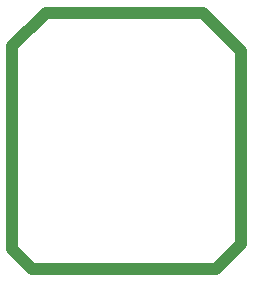
<source format=gko>
%FSLAX44Y44*%
%MOMM*%
G71*
G01*
G75*
G04 Layer_Color=16711935*
%ADD10R,0.5500X0.6000*%
%ADD11R,0.8000X0.8000*%
%ADD12R,0.6000X0.5500*%
%ADD13R,1.4000X1.1500*%
%ADD14R,1.5000X0.3000*%
%ADD15R,0.3000X1.5000*%
G04:AMPARAMS|DCode=16|XSize=1.5mm|YSize=0.3mm|CornerRadius=0mm|HoleSize=0mm|Usage=FLASHONLY|Rotation=90.000|XOffset=0mm|YOffset=0mm|HoleType=Round|Shape=Octagon|*
%AMOCTAGOND16*
4,1,8,0.0750,0.7500,-0.0750,0.7500,-0.1500,0.6750,-0.1500,-0.6750,-0.0750,-0.7500,0.0750,-0.7500,0.1500,-0.6750,0.1500,0.6750,0.0750,0.7500,0.0*
%
%ADD16OCTAGOND16*%

%ADD17C,0.2000*%
%ADD18C,0.5000*%
%ADD19C,0.2540*%
%ADD20C,0.3000*%
%ADD21C,0.2032*%
%ADD22C,0.3048*%
%ADD23C,0.1778*%
%ADD24C,0.3500*%
%ADD25C,0.1800*%
%ADD26R,1.0160X1.5240*%
%ADD27O,1.0160X1.5240*%
%ADD28O,1.5240X1.0160*%
%ADD29R,1.5240X1.0160*%
G04:AMPARAMS|DCode=30|XSize=1.016mm|YSize=1.524mm|CornerRadius=0mm|HoleSize=0mm|Usage=FLASHONLY|Rotation=90.000|XOffset=0mm|YOffset=0mm|HoleType=Round|Shape=Octagon|*
%AMOCTAGOND30*
4,1,8,-0.7620,-0.2540,-0.7620,0.2540,-0.5080,0.5080,0.5080,0.5080,0.7620,0.2540,0.7620,-0.2540,0.5080,-0.5080,-0.5080,-0.5080,-0.7620,-0.2540,0.0*
%
%ADD30OCTAGOND30*%

%ADD31C,0.8000*%
%ADD32C,1.5000*%
%ADD33C,1.0160*%
%ADD34C,1.0000*%
%ADD35C,1.6160*%
%ADD36C,1.4160*%
%ADD37C,2.0160*%
%ADD38R,0.9500X0.9500*%
%ADD39R,1.3000X0.5000*%
%ADD40R,0.5000X1.1000*%
%ADD41R,0.9500X0.9500*%
%ADD42R,0.8000X1.2000*%
%ADD43P,1.3435X4X270.0*%
%ADD44R,0.6000X1.2000*%
G04:AMPARAMS|DCode=45|XSize=0.55mm|YSize=0.6mm|CornerRadius=0mm|HoleSize=0mm|Usage=FLASHONLY|Rotation=135.000|XOffset=0mm|YOffset=0mm|HoleType=Round|Shape=Rectangle|*
%AMROTATEDRECTD45*
4,1,4,0.4066,0.0177,-0.0177,-0.4066,-0.4066,-0.0177,0.0177,0.4066,0.4066,0.0177,0.0*
%
%ADD45ROTATEDRECTD45*%

G04:AMPARAMS|DCode=46|XSize=0.55mm|YSize=0.6mm|CornerRadius=0mm|HoleSize=0mm|Usage=FLASHONLY|Rotation=45.000|XOffset=0mm|YOffset=0mm|HoleType=Round|Shape=Rectangle|*
%AMROTATEDRECTD46*
4,1,4,0.0177,-0.4066,-0.4066,0.0177,-0.0177,0.4066,0.4066,-0.0177,0.0177,-0.4066,0.0*
%
%ADD46ROTATEDRECTD46*%

%ADD47R,1.1000X0.6500*%
G04:AMPARAMS|DCode=48|XSize=0.3454mm|YSize=0.7238mm|CornerRadius=0mm|HoleSize=0mm|Usage=FLASHONLY|Rotation=225.000|XOffset=0mm|YOffset=0mm|HoleType=Round|Shape=Octagon|*
%AMOCTAGOND48*
4,1,8,0.3170,-0.1948,0.1948,-0.3170,0.0727,-0.3170,-0.3170,0.0727,-0.3170,0.1948,-0.1948,0.3170,-0.0727,0.3170,0.3170,-0.0727,0.3170,-0.1948,0.0*
%
%ADD48OCTAGOND48*%

G04:AMPARAMS|DCode=49|XSize=0.3454mm|YSize=0.8mm|CornerRadius=0mm|HoleSize=0mm|Usage=FLASHONLY|Rotation=225.000|XOffset=0mm|YOffset=0mm|HoleType=Round|Shape=Rectangle|*
%AMROTATEDRECTD49*
4,1,4,-0.1607,0.4050,0.4050,-0.1607,0.1607,-0.4050,-0.4050,0.1607,-0.1607,0.4050,0.0*
%
%ADD49ROTATEDRECTD49*%

G04:AMPARAMS|DCode=50|XSize=0.3454mm|YSize=0.8mm|CornerRadius=0mm|HoleSize=0mm|Usage=FLASHONLY|Rotation=135.000|XOffset=0mm|YOffset=0mm|HoleType=Round|Shape=Rectangle|*
%AMROTATEDRECTD50*
4,1,4,0.4050,0.1607,-0.1607,-0.4050,-0.4050,-0.1607,0.1607,0.4050,0.4050,0.1607,0.0*
%
%ADD50ROTATEDRECTD50*%

G04:AMPARAMS|DCode=51|XSize=0.3454mm|YSize=0.8mm|CornerRadius=0mm|HoleSize=0mm|Usage=FLASHONLY|Rotation=135.000|XOffset=0mm|YOffset=0mm|HoleType=Round|Shape=Octagon|*
%AMOCTAGOND51*
4,1,8,-0.2218,-0.3439,-0.3439,-0.2218,-0.3439,-0.0997,0.0997,0.3439,0.2218,0.3439,0.3439,0.2218,0.3439,0.0997,-0.0997,-0.3439,-0.2218,-0.3439,0.0*
%
%ADD51OCTAGOND51*%

G04:AMPARAMS|DCode=52|XSize=0.3454mm|YSize=0.7238mm|CornerRadius=0mm|HoleSize=0mm|Usage=FLASHONLY|Rotation=135.000|XOffset=0mm|YOffset=0mm|HoleType=Round|Shape=Octagon|*
%AMOCTAGOND52*
4,1,8,-0.1948,-0.3170,-0.3170,-0.1948,-0.3170,-0.0727,0.0727,0.3170,0.1948,0.3170,0.3170,0.1948,0.3170,0.0727,-0.0727,-0.3170,-0.1948,-0.3170,0.0*
%
%ADD52OCTAGOND52*%

%ADD53C,0.1700*%
%ADD54C,0.1270*%
%ADD55C,0.1000*%
%ADD56C,0.1524*%
%ADD57C,0.2500*%
%ADD58C,0.1500*%
%ADD59C,0.5080*%
%ADD60R,0.7532X0.8032*%
%ADD61R,1.0032X1.0032*%
%ADD62R,0.8032X0.7532*%
%ADD63R,1.6032X1.3532*%
%ADD64R,1.7032X0.5032*%
%ADD65R,0.5032X1.7032*%
G04:AMPARAMS|DCode=66|XSize=1.7032mm|YSize=0.5032mm|CornerRadius=0mm|HoleSize=0mm|Usage=FLASHONLY|Rotation=90.000|XOffset=0mm|YOffset=0mm|HoleType=Round|Shape=Octagon|*
%AMOCTAGOND66*
4,1,8,0.1258,0.8516,-0.1258,0.8516,-0.2516,0.7258,-0.2516,-0.7258,-0.1258,-0.8516,0.1258,-0.8516,0.2516,-0.7258,0.2516,0.7258,0.1258,0.8516,0.0*
%
%ADD66OCTAGOND66*%

%ADD67R,1.2192X1.7272*%
%ADD68O,1.2192X1.7272*%
%ADD69O,1.7272X1.2192*%
%ADD70R,1.7272X1.2192*%
G04:AMPARAMS|DCode=71|XSize=1.2192mm|YSize=1.7272mm|CornerRadius=0mm|HoleSize=0mm|Usage=FLASHONLY|Rotation=90.000|XOffset=0mm|YOffset=0mm|HoleType=Round|Shape=Octagon|*
%AMOCTAGOND71*
4,1,8,-0.8636,-0.3048,-0.8636,0.3048,-0.5588,0.6096,0.5588,0.6096,0.8636,0.3048,0.8636,-0.3048,0.5588,-0.6096,-0.5588,-0.6096,-0.8636,-0.3048,0.0*
%
%ADD71OCTAGOND71*%

%ADD72R,1.1532X1.1532*%
%ADD73R,1.5032X0.7032*%
%ADD74R,0.7032X1.3032*%
%ADD75R,1.1532X1.1532*%
%ADD76R,1.0032X1.4032*%
%ADD77P,1.6309X4X270.0*%
%ADD78R,0.8032X1.4032*%
G04:AMPARAMS|DCode=79|XSize=0.7532mm|YSize=0.8032mm|CornerRadius=0mm|HoleSize=0mm|Usage=FLASHONLY|Rotation=135.000|XOffset=0mm|YOffset=0mm|HoleType=Round|Shape=Rectangle|*
%AMROTATEDRECTD79*
4,1,4,0.5503,0.0177,-0.0177,-0.5503,-0.5503,-0.0177,0.0177,0.5503,0.5503,0.0177,0.0*
%
%ADD79ROTATEDRECTD79*%

G04:AMPARAMS|DCode=80|XSize=0.7532mm|YSize=0.8032mm|CornerRadius=0mm|HoleSize=0mm|Usage=FLASHONLY|Rotation=45.000|XOffset=0mm|YOffset=0mm|HoleType=Round|Shape=Rectangle|*
%AMROTATEDRECTD80*
4,1,4,0.0177,-0.5503,-0.5503,0.0177,-0.0177,0.5503,0.5503,-0.0177,0.0177,-0.5503,0.0*
%
%ADD80ROTATEDRECTD80*%

%ADD81R,1.3032X0.8532*%
G04:AMPARAMS|DCode=82|XSize=0.5486mm|YSize=0.927mm|CornerRadius=0mm|HoleSize=0mm|Usage=FLASHONLY|Rotation=225.000|XOffset=0mm|YOffset=0mm|HoleType=Round|Shape=Octagon|*
%AMOCTAGOND82*
4,1,8,0.4247,-0.2308,0.2308,-0.4247,0.0368,-0.4247,-0.4247,0.0368,-0.4247,0.2308,-0.2308,0.4247,-0.0368,0.4247,0.4247,-0.0368,0.4247,-0.2308,0.0*
%
%ADD82OCTAGOND82*%

G04:AMPARAMS|DCode=83|XSize=0.5486mm|YSize=1.0032mm|CornerRadius=0mm|HoleSize=0mm|Usage=FLASHONLY|Rotation=225.000|XOffset=0mm|YOffset=0mm|HoleType=Round|Shape=Rectangle|*
%AMROTATEDRECTD83*
4,1,4,-0.1607,0.5487,0.5487,-0.1607,0.1607,-0.5487,-0.5487,0.1607,-0.1607,0.5487,0.0*
%
%ADD83ROTATEDRECTD83*%

G04:AMPARAMS|DCode=84|XSize=0.5486mm|YSize=1.0032mm|CornerRadius=0mm|HoleSize=0mm|Usage=FLASHONLY|Rotation=135.000|XOffset=0mm|YOffset=0mm|HoleType=Round|Shape=Rectangle|*
%AMROTATEDRECTD84*
4,1,4,0.5487,0.1607,-0.1607,-0.5487,-0.5487,-0.1607,0.1607,0.5487,0.5487,0.1607,0.0*
%
%ADD84ROTATEDRECTD84*%

G04:AMPARAMS|DCode=85|XSize=0.5486mm|YSize=1.0032mm|CornerRadius=0mm|HoleSize=0mm|Usage=FLASHONLY|Rotation=135.000|XOffset=0mm|YOffset=0mm|HoleType=Round|Shape=Octagon|*
%AMOCTAGOND85*
4,1,8,-0.2577,-0.4517,-0.4517,-0.2577,-0.4517,-0.0637,0.0637,0.4517,0.2577,0.4517,0.4517,0.2577,0.4517,0.0637,-0.0637,-0.4517,-0.2577,-0.4517,0.0*
%
%ADD85OCTAGOND85*%

G04:AMPARAMS|DCode=86|XSize=0.5486mm|YSize=0.927mm|CornerRadius=0mm|HoleSize=0mm|Usage=FLASHONLY|Rotation=135.000|XOffset=0mm|YOffset=0mm|HoleType=Round|Shape=Octagon|*
%AMOCTAGOND86*
4,1,8,-0.2308,-0.4247,-0.4247,-0.2308,-0.4247,-0.0368,0.0368,0.4247,0.2308,0.4247,0.4247,0.2308,0.4247,0.0368,-0.0368,-0.4247,-0.2308,-0.4247,0.0*
%
%ADD86OCTAGOND86*%

D34*
X-93974Y-91843D02*
X-76603Y-109214D01*
X79000D01*
X100082Y-88132D01*
Y75698D01*
X67570Y108210D02*
X100082Y75698D01*
X-65272Y108210D02*
X67570D01*
X-93974Y79508D02*
X-65272Y108210D01*
X-93974Y-91843D02*
Y79508D01*
M02*

</source>
